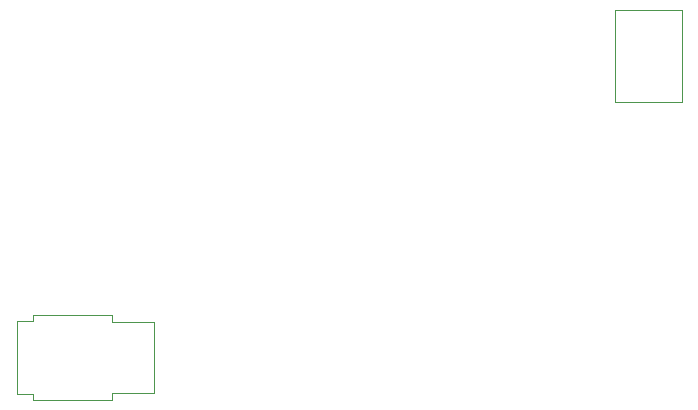
<source format=gbr>
%TF.GenerationSoftware,Altium Limited,Altium NEXUS,2.1.9 (83)*%
G04 Layer_Color=0*
%FSLAX44Y44*%
%MOMM*%
%TF.FileFunction,Other,Mechanical_16*%
%TF.Part,Single*%
G01*
G75*
%TA.AperFunction,NonConductor*%
%ADD133C,0.0500*%
D133*
X1160500Y112500D02*
Y118200D01*
X1196000D01*
Y178800D01*
X1160500D02*
X1196000D01*
X1160500D02*
Y184500D01*
X1093500D02*
X1160500D01*
X1093500Y179200D02*
Y184500D01*
X1079800Y179200D02*
X1093500D01*
X1079800Y117800D02*
Y179200D01*
Y117800D02*
X1093500D01*
Y112500D02*
Y117800D01*
Y112500D02*
X1160500D01*
X1586500Y443050D02*
X1642500D01*
X1586500Y364950D02*
X1642500D01*
Y443050D01*
X1586500Y364950D02*
Y443050D01*
%TF.MD5,9ec20c87a6f4379591f6e524baa300f6*%
M02*

</source>
